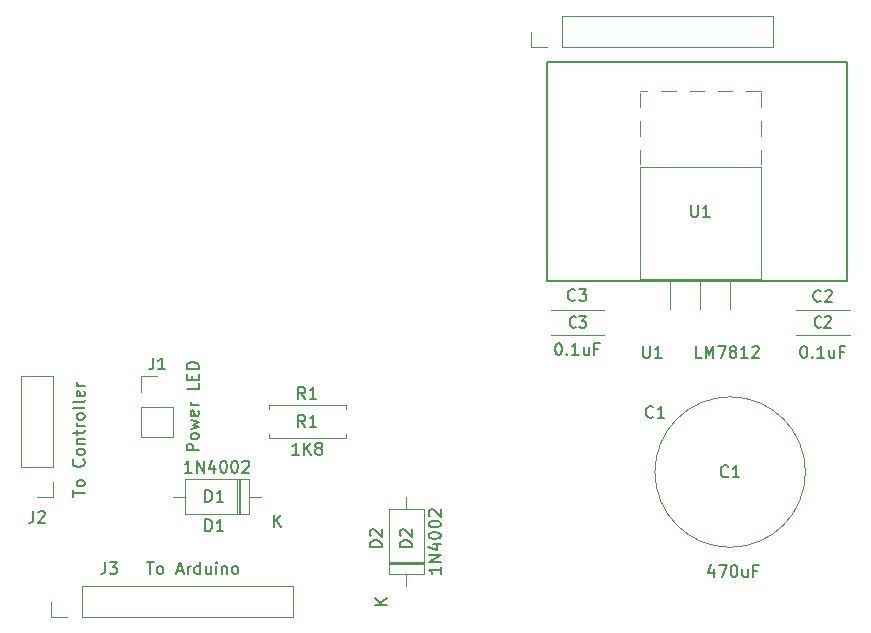
<source format=gbr>
G04 #@! TF.GenerationSoftware,KiCad,Pcbnew,(5.0.2)-1*
G04 #@! TF.CreationDate,2019-02-27T10:38:39-05:00*
G04 #@! TF.ProjectId,AR-22_Power_Supply,41522d32-325f-4506-9f77-65725f537570,rev?*
G04 #@! TF.SameCoordinates,Original*
G04 #@! TF.FileFunction,Legend,Top*
G04 #@! TF.FilePolarity,Positive*
%FSLAX46Y46*%
G04 Gerber Fmt 4.6, Leading zero omitted, Abs format (unit mm)*
G04 Created by KiCad (PCBNEW (5.0.2)-1) date 2/27/2019 10:38:39 AM*
%MOMM*%
%LPD*%
G01*
G04 APERTURE LIST*
%ADD10C,0.200000*%
%ADD11C,0.120000*%
%ADD12C,0.203200*%
%ADD13C,0.150000*%
G04 APERTURE END LIST*
D10*
X162560000Y-33782000D02*
X162560000Y-52324000D01*
X187960000Y-52324000D02*
X187960000Y-33782000D01*
X162560000Y-52324000D02*
X187960000Y-52324000D01*
X162560000Y-33782000D02*
X187960000Y-33782000D01*
D11*
G04 #@! TO.C,C1*
X184424000Y-68540000D02*
G75*
G03X184424000Y-68540000I-6370000J0D01*
G01*
G04 #@! TO.C,C3*
X162870000Y-54825000D02*
X162870000Y-54810000D01*
X162870000Y-56950000D02*
X162870000Y-56935000D01*
X167410000Y-54825000D02*
X167410000Y-54810000D01*
X167410000Y-56950000D02*
X167410000Y-56935000D01*
X167410000Y-54810000D02*
X162870000Y-54810000D01*
X167410000Y-56950000D02*
X162870000Y-56950000D01*
G04 #@! TO.C,C2*
X183618000Y-54810000D02*
X188158000Y-54810000D01*
X183618000Y-56950000D02*
X188158000Y-56950000D01*
X183618000Y-54810000D02*
X183618000Y-54825000D01*
X183618000Y-56935000D02*
X183618000Y-56950000D01*
X188158000Y-54810000D02*
X188158000Y-54825000D01*
X188158000Y-56935000D02*
X188158000Y-56950000D01*
G04 #@! TO.C,J1*
X128210000Y-65592000D02*
X130870000Y-65592000D01*
X128210000Y-62992000D02*
X128210000Y-65592000D01*
X130870000Y-62992000D02*
X130870000Y-65592000D01*
X128210000Y-62992000D02*
X130870000Y-62992000D01*
X128210000Y-61722000D02*
X128210000Y-60392000D01*
X128210000Y-60392000D02*
X129540000Y-60392000D01*
G04 #@! TO.C,J2*
X120710000Y-60392000D02*
X118050000Y-60392000D01*
X120710000Y-68072000D02*
X120710000Y-60392000D01*
X118050000Y-68072000D02*
X118050000Y-60392000D01*
X120710000Y-68072000D02*
X118050000Y-68072000D01*
X120710000Y-69342000D02*
X120710000Y-70672000D01*
X120710000Y-70672000D02*
X119380000Y-70672000D01*
G04 #@! TO.C,*
X161230000Y-32572000D02*
X161230000Y-31242000D01*
X162560000Y-32572000D02*
X161230000Y-32572000D01*
X163830000Y-32572000D02*
X163830000Y-29912000D01*
X163830000Y-29912000D02*
X181670000Y-29912000D01*
X163830000Y-32572000D02*
X181670000Y-32572000D01*
X181670000Y-32572000D02*
X181670000Y-29912000D01*
G04 #@! TO.C,J3*
X141030000Y-80832000D02*
X141030000Y-78172000D01*
X123190000Y-80832000D02*
X141030000Y-80832000D01*
X123190000Y-78172000D02*
X141030000Y-78172000D01*
X123190000Y-80832000D02*
X123190000Y-78172000D01*
X121920000Y-80832000D02*
X120590000Y-80832000D01*
X120590000Y-80832000D02*
X120590000Y-79502000D01*
G04 #@! TO.C,D2*
X149152000Y-76362000D02*
X152092000Y-76362000D01*
X149152000Y-76122000D02*
X152092000Y-76122000D01*
X149152000Y-76242000D02*
X152092000Y-76242000D01*
X150622000Y-70682000D02*
X150622000Y-71702000D01*
X150622000Y-78162000D02*
X150622000Y-77142000D01*
X149152000Y-71702000D02*
X149152000Y-77142000D01*
X152092000Y-71702000D02*
X149152000Y-71702000D01*
X152092000Y-77142000D02*
X152092000Y-71702000D01*
X149152000Y-77142000D02*
X152092000Y-77142000D01*
G04 #@! TO.C,D1*
X137340000Y-72082000D02*
X137340000Y-69142000D01*
X137340000Y-69142000D02*
X131900000Y-69142000D01*
X131900000Y-69142000D02*
X131900000Y-72082000D01*
X131900000Y-72082000D02*
X137340000Y-72082000D01*
X138360000Y-70612000D02*
X137340000Y-70612000D01*
X130880000Y-70612000D02*
X131900000Y-70612000D01*
X136440000Y-72082000D02*
X136440000Y-69142000D01*
X136320000Y-72082000D02*
X136320000Y-69142000D01*
X136560000Y-72082000D02*
X136560000Y-69142000D01*
G04 #@! TO.C,U1*
X180634000Y-52190000D02*
X170394000Y-52190000D01*
X180634000Y-42700000D02*
X170394000Y-42700000D01*
X180634000Y-52190000D02*
X180634000Y-42700000D01*
X170394000Y-52190000D02*
X170394000Y-42700000D01*
X180634000Y-36300000D02*
X179434000Y-36300000D01*
X178235000Y-36300000D02*
X177034000Y-36300000D01*
X175834000Y-36300000D02*
X174634000Y-36300000D01*
X173434000Y-36300000D02*
X172234000Y-36300000D01*
X171034000Y-36300000D02*
X170394000Y-36300000D01*
X180634000Y-42460000D02*
X180634000Y-41260000D01*
X180634000Y-40060000D02*
X180634000Y-38860000D01*
X180634000Y-37660000D02*
X180634000Y-36460000D01*
X170394000Y-42460000D02*
X170394000Y-41260000D01*
X170394000Y-40060000D02*
X170394000Y-38860000D01*
X170394000Y-37660000D02*
X170394000Y-36460000D01*
X178054000Y-54730000D02*
X178054000Y-52190000D01*
X175514000Y-54730000D02*
X175514000Y-52190000D01*
X172974000Y-54730000D02*
X172974000Y-52190000D01*
G04 #@! TO.C,R1*
X138970000Y-63222000D02*
X138970000Y-62892000D01*
X138970000Y-62892000D02*
X145510000Y-62892000D01*
X145510000Y-62892000D02*
X145510000Y-63222000D01*
X138970000Y-65302000D02*
X138970000Y-65632000D01*
X138970000Y-65632000D02*
X145510000Y-65632000D01*
X145510000Y-65632000D02*
X145510000Y-65302000D01*
G04 #@! TO.C,C1*
D12*
X171537333Y-63862857D02*
X171489714Y-63911238D01*
X171346857Y-63959619D01*
X171251619Y-63959619D01*
X171108761Y-63911238D01*
X171013523Y-63814476D01*
X170965904Y-63717714D01*
X170918285Y-63524190D01*
X170918285Y-63379047D01*
X170965904Y-63185523D01*
X171013523Y-63088761D01*
X171108761Y-62992000D01*
X171251619Y-62943619D01*
X171346857Y-62943619D01*
X171489714Y-62992000D01*
X171537333Y-63040380D01*
X172489714Y-63959619D02*
X171918285Y-63959619D01*
X172204000Y-63959619D02*
X172204000Y-62943619D01*
X172108761Y-63088761D01*
X172013523Y-63185523D01*
X171918285Y-63233904D01*
X176665142Y-76744285D02*
X176665142Y-77421619D01*
X176427047Y-76357238D02*
X176188952Y-77082952D01*
X176808000Y-77082952D01*
X177093714Y-76405619D02*
X177760380Y-76405619D01*
X177331809Y-77421619D01*
X178331809Y-76405619D02*
X178427047Y-76405619D01*
X178522285Y-76454000D01*
X178569904Y-76502380D01*
X178617523Y-76599142D01*
X178665142Y-76792666D01*
X178665142Y-77034571D01*
X178617523Y-77228095D01*
X178569904Y-77324857D01*
X178522285Y-77373238D01*
X178427047Y-77421619D01*
X178331809Y-77421619D01*
X178236571Y-77373238D01*
X178188952Y-77324857D01*
X178141333Y-77228095D01*
X178093714Y-77034571D01*
X178093714Y-76792666D01*
X178141333Y-76599142D01*
X178188952Y-76502380D01*
X178236571Y-76454000D01*
X178331809Y-76405619D01*
X179522285Y-76744285D02*
X179522285Y-77421619D01*
X179093714Y-76744285D02*
X179093714Y-77276476D01*
X179141333Y-77373238D01*
X179236571Y-77421619D01*
X179379428Y-77421619D01*
X179474666Y-77373238D01*
X179522285Y-77324857D01*
X180331809Y-76889428D02*
X179998476Y-76889428D01*
X179998476Y-77421619D02*
X179998476Y-76405619D01*
X180474666Y-76405619D01*
X177887333Y-68902857D02*
X177839714Y-68951238D01*
X177696857Y-68999619D01*
X177601619Y-68999619D01*
X177458761Y-68951238D01*
X177363523Y-68854476D01*
X177315904Y-68757714D01*
X177268285Y-68564190D01*
X177268285Y-68419047D01*
X177315904Y-68225523D01*
X177363523Y-68128761D01*
X177458761Y-68032000D01*
X177601619Y-67983619D01*
X177696857Y-67983619D01*
X177839714Y-68032000D01*
X177887333Y-68080380D01*
X178839714Y-68999619D02*
X178268285Y-68999619D01*
X178554000Y-68999619D02*
X178554000Y-67983619D01*
X178458761Y-68128761D01*
X178363523Y-68225523D01*
X178268285Y-68273904D01*
G04 #@! TO.C,C3*
X164933333Y-53956857D02*
X164885714Y-54005238D01*
X164742857Y-54053619D01*
X164647619Y-54053619D01*
X164504761Y-54005238D01*
X164409523Y-53908476D01*
X164361904Y-53811714D01*
X164314285Y-53618190D01*
X164314285Y-53473047D01*
X164361904Y-53279523D01*
X164409523Y-53182761D01*
X164504761Y-53086000D01*
X164647619Y-53037619D01*
X164742857Y-53037619D01*
X164885714Y-53086000D01*
X164933333Y-53134380D01*
X165266666Y-53037619D02*
X165885714Y-53037619D01*
X165552380Y-53424666D01*
X165695238Y-53424666D01*
X165790476Y-53473047D01*
X165838095Y-53521428D01*
X165885714Y-53618190D01*
X165885714Y-53860095D01*
X165838095Y-53956857D01*
X165790476Y-54005238D01*
X165695238Y-54053619D01*
X165409523Y-54053619D01*
X165314285Y-54005238D01*
X165266666Y-53956857D01*
X163457142Y-57609619D02*
X163552380Y-57609619D01*
X163647619Y-57658000D01*
X163695238Y-57706380D01*
X163742857Y-57803142D01*
X163790476Y-57996666D01*
X163790476Y-58238571D01*
X163742857Y-58432095D01*
X163695238Y-58528857D01*
X163647619Y-58577238D01*
X163552380Y-58625619D01*
X163457142Y-58625619D01*
X163361904Y-58577238D01*
X163314285Y-58528857D01*
X163266666Y-58432095D01*
X163219047Y-58238571D01*
X163219047Y-57996666D01*
X163266666Y-57803142D01*
X163314285Y-57706380D01*
X163361904Y-57658000D01*
X163457142Y-57609619D01*
X164219047Y-58528857D02*
X164266666Y-58577238D01*
X164219047Y-58625619D01*
X164171428Y-58577238D01*
X164219047Y-58528857D01*
X164219047Y-58625619D01*
X165219047Y-58625619D02*
X164647619Y-58625619D01*
X164933333Y-58625619D02*
X164933333Y-57609619D01*
X164838095Y-57754761D01*
X164742857Y-57851523D01*
X164647619Y-57899904D01*
X166076190Y-57948285D02*
X166076190Y-58625619D01*
X165647619Y-57948285D02*
X165647619Y-58480476D01*
X165695238Y-58577238D01*
X165790476Y-58625619D01*
X165933333Y-58625619D01*
X166028571Y-58577238D01*
X166076190Y-58528857D01*
X166885714Y-58093428D02*
X166552380Y-58093428D01*
X166552380Y-58625619D02*
X166552380Y-57609619D01*
X167028571Y-57609619D01*
X164996666Y-56242857D02*
X164955714Y-56291238D01*
X164832857Y-56339619D01*
X164750952Y-56339619D01*
X164628095Y-56291238D01*
X164546190Y-56194476D01*
X164505238Y-56097714D01*
X164464285Y-55904190D01*
X164464285Y-55759047D01*
X164505238Y-55565523D01*
X164546190Y-55468761D01*
X164628095Y-55372000D01*
X164750952Y-55323619D01*
X164832857Y-55323619D01*
X164955714Y-55372000D01*
X164996666Y-55420380D01*
X165283333Y-55323619D02*
X165815714Y-55323619D01*
X165529047Y-55710666D01*
X165651904Y-55710666D01*
X165733809Y-55759047D01*
X165774761Y-55807428D01*
X165815714Y-55904190D01*
X165815714Y-56146095D01*
X165774761Y-56242857D01*
X165733809Y-56291238D01*
X165651904Y-56339619D01*
X165406190Y-56339619D01*
X165324285Y-56291238D01*
X165283333Y-56242857D01*
G04 #@! TO.C,C2*
X185721333Y-54042857D02*
X185673714Y-54091238D01*
X185530857Y-54139619D01*
X185435619Y-54139619D01*
X185292761Y-54091238D01*
X185197523Y-53994476D01*
X185149904Y-53897714D01*
X185102285Y-53704190D01*
X185102285Y-53559047D01*
X185149904Y-53365523D01*
X185197523Y-53268761D01*
X185292761Y-53172000D01*
X185435619Y-53123619D01*
X185530857Y-53123619D01*
X185673714Y-53172000D01*
X185721333Y-53220380D01*
X186102285Y-53220380D02*
X186149904Y-53172000D01*
X186245142Y-53123619D01*
X186483238Y-53123619D01*
X186578476Y-53172000D01*
X186626095Y-53220380D01*
X186673714Y-53317142D01*
X186673714Y-53413904D01*
X186626095Y-53559047D01*
X186054666Y-54139619D01*
X186673714Y-54139619D01*
X184245142Y-57863619D02*
X184340380Y-57863619D01*
X184435619Y-57912000D01*
X184483238Y-57960380D01*
X184530857Y-58057142D01*
X184578476Y-58250666D01*
X184578476Y-58492571D01*
X184530857Y-58686095D01*
X184483238Y-58782857D01*
X184435619Y-58831238D01*
X184340380Y-58879619D01*
X184245142Y-58879619D01*
X184149904Y-58831238D01*
X184102285Y-58782857D01*
X184054666Y-58686095D01*
X184007047Y-58492571D01*
X184007047Y-58250666D01*
X184054666Y-58057142D01*
X184102285Y-57960380D01*
X184149904Y-57912000D01*
X184245142Y-57863619D01*
X185007047Y-58782857D02*
X185054666Y-58831238D01*
X185007047Y-58879619D01*
X184959428Y-58831238D01*
X185007047Y-58782857D01*
X185007047Y-58879619D01*
X186007047Y-58879619D02*
X185435619Y-58879619D01*
X185721333Y-58879619D02*
X185721333Y-57863619D01*
X185626095Y-58008761D01*
X185530857Y-58105523D01*
X185435619Y-58153904D01*
X186864190Y-58202285D02*
X186864190Y-58879619D01*
X186435619Y-58202285D02*
X186435619Y-58734476D01*
X186483238Y-58831238D01*
X186578476Y-58879619D01*
X186721333Y-58879619D01*
X186816571Y-58831238D01*
X186864190Y-58782857D01*
X187673714Y-58347428D02*
X187340380Y-58347428D01*
X187340380Y-58879619D02*
X187340380Y-57863619D01*
X187816571Y-57863619D01*
X185744666Y-56242857D02*
X185703714Y-56291238D01*
X185580857Y-56339619D01*
X185498952Y-56339619D01*
X185376095Y-56291238D01*
X185294190Y-56194476D01*
X185253238Y-56097714D01*
X185212285Y-55904190D01*
X185212285Y-55759047D01*
X185253238Y-55565523D01*
X185294190Y-55468761D01*
X185376095Y-55372000D01*
X185498952Y-55323619D01*
X185580857Y-55323619D01*
X185703714Y-55372000D01*
X185744666Y-55420380D01*
X186072285Y-55420380D02*
X186113238Y-55372000D01*
X186195142Y-55323619D01*
X186399904Y-55323619D01*
X186481809Y-55372000D01*
X186522761Y-55420380D01*
X186563714Y-55517142D01*
X186563714Y-55613904D01*
X186522761Y-55759047D01*
X186031333Y-56339619D01*
X186563714Y-56339619D01*
G04 #@! TO.C,J1*
D13*
X129206666Y-58844380D02*
X129206666Y-59558666D01*
X129159047Y-59701523D01*
X129063809Y-59796761D01*
X128920952Y-59844380D01*
X128825714Y-59844380D01*
X130206666Y-59844380D02*
X129635238Y-59844380D01*
X129920952Y-59844380D02*
X129920952Y-58844380D01*
X129825714Y-58987238D01*
X129730476Y-59082476D01*
X129635238Y-59130095D01*
D12*
X133047619Y-66706285D02*
X132031619Y-66706285D01*
X132031619Y-66325333D01*
X132080000Y-66230095D01*
X132128380Y-66182476D01*
X132225142Y-66134857D01*
X132370285Y-66134857D01*
X132467047Y-66182476D01*
X132515428Y-66230095D01*
X132563809Y-66325333D01*
X132563809Y-66706285D01*
X133047619Y-65563428D02*
X132999238Y-65658666D01*
X132950857Y-65706285D01*
X132854095Y-65753904D01*
X132563809Y-65753904D01*
X132467047Y-65706285D01*
X132418666Y-65658666D01*
X132370285Y-65563428D01*
X132370285Y-65420571D01*
X132418666Y-65325333D01*
X132467047Y-65277714D01*
X132563809Y-65230095D01*
X132854095Y-65230095D01*
X132950857Y-65277714D01*
X132999238Y-65325333D01*
X133047619Y-65420571D01*
X133047619Y-65563428D01*
X132370285Y-64896761D02*
X133047619Y-64706285D01*
X132563809Y-64515809D01*
X133047619Y-64325333D01*
X132370285Y-64134857D01*
X132999238Y-63372952D02*
X133047619Y-63468190D01*
X133047619Y-63658666D01*
X132999238Y-63753904D01*
X132902476Y-63801523D01*
X132515428Y-63801523D01*
X132418666Y-63753904D01*
X132370285Y-63658666D01*
X132370285Y-63468190D01*
X132418666Y-63372952D01*
X132515428Y-63325333D01*
X132612190Y-63325333D01*
X132708952Y-63801523D01*
X133047619Y-62896761D02*
X132370285Y-62896761D01*
X132563809Y-62896761D02*
X132467047Y-62849142D01*
X132418666Y-62801523D01*
X132370285Y-62706285D01*
X132370285Y-62611047D01*
X133047619Y-61039619D02*
X133047619Y-61515809D01*
X132031619Y-61515809D01*
X132515428Y-60706285D02*
X132515428Y-60372952D01*
X133047619Y-60230095D02*
X133047619Y-60706285D01*
X132031619Y-60706285D01*
X132031619Y-60230095D01*
X133047619Y-59801523D02*
X132031619Y-59801523D01*
X132031619Y-59563428D01*
X132080000Y-59420571D01*
X132176761Y-59325333D01*
X132273523Y-59277714D01*
X132467047Y-59230095D01*
X132612190Y-59230095D01*
X132805714Y-59277714D01*
X132902476Y-59325333D01*
X132999238Y-59420571D01*
X133047619Y-59563428D01*
X133047619Y-59801523D01*
G04 #@! TO.C,J2*
X119046666Y-71833619D02*
X119046666Y-72559333D01*
X118999047Y-72704476D01*
X118903809Y-72801238D01*
X118760952Y-72849619D01*
X118665714Y-72849619D01*
X119475238Y-71930380D02*
X119522857Y-71882000D01*
X119618095Y-71833619D01*
X119856190Y-71833619D01*
X119951428Y-71882000D01*
X119999047Y-71930380D01*
X120046666Y-72027142D01*
X120046666Y-72123904D01*
X119999047Y-72269047D01*
X119427619Y-72849619D01*
X120046666Y-72849619D01*
X122379619Y-70619333D02*
X122379619Y-70047904D01*
X123395619Y-70333619D02*
X122379619Y-70333619D01*
X123395619Y-69571714D02*
X123347238Y-69666952D01*
X123298857Y-69714571D01*
X123202095Y-69762190D01*
X122911809Y-69762190D01*
X122815047Y-69714571D01*
X122766666Y-69666952D01*
X122718285Y-69571714D01*
X122718285Y-69428857D01*
X122766666Y-69333619D01*
X122815047Y-69286000D01*
X122911809Y-69238380D01*
X123202095Y-69238380D01*
X123298857Y-69286000D01*
X123347238Y-69333619D01*
X123395619Y-69428857D01*
X123395619Y-69571714D01*
X123298857Y-67476476D02*
X123347238Y-67524095D01*
X123395619Y-67666952D01*
X123395619Y-67762190D01*
X123347238Y-67905047D01*
X123250476Y-68000285D01*
X123153714Y-68047904D01*
X122960190Y-68095523D01*
X122815047Y-68095523D01*
X122621523Y-68047904D01*
X122524761Y-68000285D01*
X122428000Y-67905047D01*
X122379619Y-67762190D01*
X122379619Y-67666952D01*
X122428000Y-67524095D01*
X122476380Y-67476476D01*
X123395619Y-66905047D02*
X123347238Y-67000285D01*
X123298857Y-67047904D01*
X123202095Y-67095523D01*
X122911809Y-67095523D01*
X122815047Y-67047904D01*
X122766666Y-67000285D01*
X122718285Y-66905047D01*
X122718285Y-66762190D01*
X122766666Y-66666952D01*
X122815047Y-66619333D01*
X122911809Y-66571714D01*
X123202095Y-66571714D01*
X123298857Y-66619333D01*
X123347238Y-66666952D01*
X123395619Y-66762190D01*
X123395619Y-66905047D01*
X122718285Y-66143142D02*
X123395619Y-66143142D01*
X122815047Y-66143142D02*
X122766666Y-66095523D01*
X122718285Y-66000285D01*
X122718285Y-65857428D01*
X122766666Y-65762190D01*
X122863428Y-65714571D01*
X123395619Y-65714571D01*
X122718285Y-65381238D02*
X122718285Y-65000285D01*
X122379619Y-65238380D02*
X123250476Y-65238380D01*
X123347238Y-65190761D01*
X123395619Y-65095523D01*
X123395619Y-65000285D01*
X123395619Y-64666952D02*
X122718285Y-64666952D01*
X122911809Y-64666952D02*
X122815047Y-64619333D01*
X122766666Y-64571714D01*
X122718285Y-64476476D01*
X122718285Y-64381238D01*
X123395619Y-63905047D02*
X123347238Y-64000285D01*
X123298857Y-64047904D01*
X123202095Y-64095523D01*
X122911809Y-64095523D01*
X122815047Y-64047904D01*
X122766666Y-64000285D01*
X122718285Y-63905047D01*
X122718285Y-63762190D01*
X122766666Y-63666952D01*
X122815047Y-63619333D01*
X122911809Y-63571714D01*
X123202095Y-63571714D01*
X123298857Y-63619333D01*
X123347238Y-63666952D01*
X123395619Y-63762190D01*
X123395619Y-63905047D01*
X123395619Y-63000285D02*
X123347238Y-63095523D01*
X123250476Y-63143142D01*
X122379619Y-63143142D01*
X123395619Y-62476476D02*
X123347238Y-62571714D01*
X123250476Y-62619333D01*
X122379619Y-62619333D01*
X123347238Y-61714571D02*
X123395619Y-61809809D01*
X123395619Y-62000285D01*
X123347238Y-62095523D01*
X123250476Y-62143142D01*
X122863428Y-62143142D01*
X122766666Y-62095523D01*
X122718285Y-62000285D01*
X122718285Y-61809809D01*
X122766666Y-61714571D01*
X122863428Y-61666952D01*
X122960190Y-61666952D01*
X123056952Y-62143142D01*
X123395619Y-61238380D02*
X122718285Y-61238380D01*
X122911809Y-61238380D02*
X122815047Y-61190761D01*
X122766666Y-61143142D01*
X122718285Y-61047904D01*
X122718285Y-60952666D01*
G04 #@! TO.C,*
D13*
G04 #@! TO.C,J3*
D12*
X125142666Y-76151619D02*
X125142666Y-76877333D01*
X125095047Y-77022476D01*
X124999809Y-77119238D01*
X124856952Y-77167619D01*
X124761714Y-77167619D01*
X125523619Y-76151619D02*
X126142666Y-76151619D01*
X125809333Y-76538666D01*
X125952190Y-76538666D01*
X126047428Y-76587047D01*
X126095047Y-76635428D01*
X126142666Y-76732190D01*
X126142666Y-76974095D01*
X126095047Y-77070857D01*
X126047428Y-77119238D01*
X125952190Y-77167619D01*
X125666476Y-77167619D01*
X125571238Y-77119238D01*
X125523619Y-77070857D01*
X128683238Y-76151619D02*
X129254666Y-76151619D01*
X128968952Y-77167619D02*
X128968952Y-76151619D01*
X129730857Y-77167619D02*
X129635619Y-77119238D01*
X129588000Y-77070857D01*
X129540380Y-76974095D01*
X129540380Y-76683809D01*
X129588000Y-76587047D01*
X129635619Y-76538666D01*
X129730857Y-76490285D01*
X129873714Y-76490285D01*
X129968952Y-76538666D01*
X130016571Y-76587047D01*
X130064190Y-76683809D01*
X130064190Y-76974095D01*
X130016571Y-77070857D01*
X129968952Y-77119238D01*
X129873714Y-77167619D01*
X129730857Y-77167619D01*
X131207047Y-76877333D02*
X131683238Y-76877333D01*
X131111809Y-77167619D02*
X131445142Y-76151619D01*
X131778476Y-77167619D01*
X132111809Y-77167619D02*
X132111809Y-76490285D01*
X132111809Y-76683809D02*
X132159428Y-76587047D01*
X132207047Y-76538666D01*
X132302285Y-76490285D01*
X132397523Y-76490285D01*
X133159428Y-77167619D02*
X133159428Y-76151619D01*
X133159428Y-77119238D02*
X133064190Y-77167619D01*
X132873714Y-77167619D01*
X132778476Y-77119238D01*
X132730857Y-77070857D01*
X132683238Y-76974095D01*
X132683238Y-76683809D01*
X132730857Y-76587047D01*
X132778476Y-76538666D01*
X132873714Y-76490285D01*
X133064190Y-76490285D01*
X133159428Y-76538666D01*
X134064190Y-76490285D02*
X134064190Y-77167619D01*
X133635619Y-76490285D02*
X133635619Y-77022476D01*
X133683238Y-77119238D01*
X133778476Y-77167619D01*
X133921333Y-77167619D01*
X134016571Y-77119238D01*
X134064190Y-77070857D01*
X134540380Y-77167619D02*
X134540380Y-76490285D01*
X134540380Y-76151619D02*
X134492761Y-76200000D01*
X134540380Y-76248380D01*
X134588000Y-76200000D01*
X134540380Y-76151619D01*
X134540380Y-76248380D01*
X135016571Y-76490285D02*
X135016571Y-77167619D01*
X135016571Y-76587047D02*
X135064190Y-76538666D01*
X135159428Y-76490285D01*
X135302285Y-76490285D01*
X135397523Y-76538666D01*
X135445142Y-76635428D01*
X135445142Y-77167619D01*
X136064190Y-77167619D02*
X135968952Y-77119238D01*
X135921333Y-77070857D01*
X135873714Y-76974095D01*
X135873714Y-76683809D01*
X135921333Y-76587047D01*
X135968952Y-76538666D01*
X136064190Y-76490285D01*
X136207047Y-76490285D01*
X136302285Y-76538666D01*
X136349904Y-76587047D01*
X136397523Y-76683809D01*
X136397523Y-76974095D01*
X136349904Y-77070857D01*
X136302285Y-77119238D01*
X136207047Y-77167619D01*
X136064190Y-77167619D01*
G04 #@! TO.C,D2*
X148541619Y-74906095D02*
X147525619Y-74906095D01*
X147525619Y-74668000D01*
X147574000Y-74525142D01*
X147670761Y-74429904D01*
X147767523Y-74382285D01*
X147961047Y-74334666D01*
X148106190Y-74334666D01*
X148299714Y-74382285D01*
X148396476Y-74429904D01*
X148493238Y-74525142D01*
X148541619Y-74668000D01*
X148541619Y-74906095D01*
X147622380Y-73953714D02*
X147574000Y-73906095D01*
X147525619Y-73810857D01*
X147525619Y-73572761D01*
X147574000Y-73477523D01*
X147622380Y-73429904D01*
X147719142Y-73382285D01*
X147815904Y-73382285D01*
X147961047Y-73429904D01*
X148541619Y-74001333D01*
X148541619Y-73382285D01*
X153551619Y-76564857D02*
X153551619Y-77136285D01*
X153551619Y-76850571D02*
X152535619Y-76850571D01*
X152680761Y-76945809D01*
X152777523Y-77041047D01*
X152825904Y-77136285D01*
X153551619Y-76136285D02*
X152535619Y-76136285D01*
X153551619Y-75564857D01*
X152535619Y-75564857D01*
X152874285Y-74660095D02*
X153551619Y-74660095D01*
X152487238Y-74898190D02*
X153212952Y-75136285D01*
X153212952Y-74517238D01*
X152535619Y-73945809D02*
X152535619Y-73850571D01*
X152584000Y-73755333D01*
X152632380Y-73707714D01*
X152729142Y-73660095D01*
X152922666Y-73612476D01*
X153164571Y-73612476D01*
X153358095Y-73660095D01*
X153454857Y-73707714D01*
X153503238Y-73755333D01*
X153551619Y-73850571D01*
X153551619Y-73945809D01*
X153503238Y-74041047D01*
X153454857Y-74088666D01*
X153358095Y-74136285D01*
X153164571Y-74183904D01*
X152922666Y-74183904D01*
X152729142Y-74136285D01*
X152632380Y-74088666D01*
X152584000Y-74041047D01*
X152535619Y-73945809D01*
X152535619Y-72993428D02*
X152535619Y-72898190D01*
X152584000Y-72802952D01*
X152632380Y-72755333D01*
X152729142Y-72707714D01*
X152922666Y-72660095D01*
X153164571Y-72660095D01*
X153358095Y-72707714D01*
X153454857Y-72755333D01*
X153503238Y-72802952D01*
X153551619Y-72898190D01*
X153551619Y-72993428D01*
X153503238Y-73088666D01*
X153454857Y-73136285D01*
X153358095Y-73183904D01*
X153164571Y-73231523D01*
X152922666Y-73231523D01*
X152729142Y-73183904D01*
X152632380Y-73136285D01*
X152584000Y-73088666D01*
X152535619Y-72993428D01*
X152632380Y-72279142D02*
X152584000Y-72231523D01*
X152535619Y-72136285D01*
X152535619Y-71898190D01*
X152584000Y-71802952D01*
X152632380Y-71755333D01*
X152729142Y-71707714D01*
X152825904Y-71707714D01*
X152971047Y-71755333D01*
X153551619Y-72326761D01*
X153551619Y-71707714D01*
D13*
X148974380Y-79763904D02*
X147974380Y-79763904D01*
X148974380Y-79192476D02*
X148402952Y-79621047D01*
X147974380Y-79192476D02*
X148545809Y-79763904D01*
D12*
X151081619Y-74906095D02*
X150065619Y-74906095D01*
X150065619Y-74668000D01*
X150114000Y-74525142D01*
X150210761Y-74429904D01*
X150307523Y-74382285D01*
X150501047Y-74334666D01*
X150646190Y-74334666D01*
X150839714Y-74382285D01*
X150936476Y-74429904D01*
X151033238Y-74525142D01*
X151081619Y-74668000D01*
X151081619Y-74906095D01*
X150162380Y-73953714D02*
X150114000Y-73906095D01*
X150065619Y-73810857D01*
X150065619Y-73572761D01*
X150114000Y-73477523D01*
X150162380Y-73429904D01*
X150259142Y-73382285D01*
X150355904Y-73382285D01*
X150501047Y-73429904D01*
X151081619Y-74001333D01*
X151081619Y-73382285D01*
G04 #@! TO.C,D1*
X133627904Y-73541619D02*
X133627904Y-72525619D01*
X133866000Y-72525619D01*
X134008857Y-72574000D01*
X134104095Y-72670761D01*
X134151714Y-72767523D01*
X134199333Y-72961047D01*
X134199333Y-73106190D01*
X134151714Y-73299714D01*
X134104095Y-73396476D01*
X134008857Y-73493238D01*
X133866000Y-73541619D01*
X133627904Y-73541619D01*
X135151714Y-73541619D02*
X134580285Y-73541619D01*
X134866000Y-73541619D02*
X134866000Y-72525619D01*
X134770761Y-72670761D01*
X134675523Y-72767523D01*
X134580285Y-72815904D01*
X132477142Y-68601619D02*
X131905714Y-68601619D01*
X132191428Y-68601619D02*
X132191428Y-67585619D01*
X132096190Y-67730761D01*
X132000952Y-67827523D01*
X131905714Y-67875904D01*
X132905714Y-68601619D02*
X132905714Y-67585619D01*
X133477142Y-68601619D01*
X133477142Y-67585619D01*
X134381904Y-67924285D02*
X134381904Y-68601619D01*
X134143809Y-67537238D02*
X133905714Y-68262952D01*
X134524761Y-68262952D01*
X135096190Y-67585619D02*
X135191428Y-67585619D01*
X135286666Y-67634000D01*
X135334285Y-67682380D01*
X135381904Y-67779142D01*
X135429523Y-67972666D01*
X135429523Y-68214571D01*
X135381904Y-68408095D01*
X135334285Y-68504857D01*
X135286666Y-68553238D01*
X135191428Y-68601619D01*
X135096190Y-68601619D01*
X135000952Y-68553238D01*
X134953333Y-68504857D01*
X134905714Y-68408095D01*
X134858095Y-68214571D01*
X134858095Y-67972666D01*
X134905714Y-67779142D01*
X134953333Y-67682380D01*
X135000952Y-67634000D01*
X135096190Y-67585619D01*
X136048571Y-67585619D02*
X136143809Y-67585619D01*
X136239047Y-67634000D01*
X136286666Y-67682380D01*
X136334285Y-67779142D01*
X136381904Y-67972666D01*
X136381904Y-68214571D01*
X136334285Y-68408095D01*
X136286666Y-68504857D01*
X136239047Y-68553238D01*
X136143809Y-68601619D01*
X136048571Y-68601619D01*
X135953333Y-68553238D01*
X135905714Y-68504857D01*
X135858095Y-68408095D01*
X135810476Y-68214571D01*
X135810476Y-67972666D01*
X135858095Y-67779142D01*
X135905714Y-67682380D01*
X135953333Y-67634000D01*
X136048571Y-67585619D01*
X136762857Y-67682380D02*
X136810476Y-67634000D01*
X136905714Y-67585619D01*
X137143809Y-67585619D01*
X137239047Y-67634000D01*
X137286666Y-67682380D01*
X137334285Y-67779142D01*
X137334285Y-67875904D01*
X137286666Y-68021047D01*
X136715238Y-68601619D01*
X137334285Y-68601619D01*
X133627904Y-71071619D02*
X133627904Y-70055619D01*
X133866000Y-70055619D01*
X134008857Y-70104000D01*
X134104095Y-70200761D01*
X134151714Y-70297523D01*
X134199333Y-70491047D01*
X134199333Y-70636190D01*
X134151714Y-70829714D01*
X134104095Y-70926476D01*
X134008857Y-71023238D01*
X133866000Y-71071619D01*
X133627904Y-71071619D01*
X135151714Y-71071619D02*
X134580285Y-71071619D01*
X134866000Y-71071619D02*
X134866000Y-70055619D01*
X134770761Y-70200761D01*
X134675523Y-70297523D01*
X134580285Y-70345904D01*
D13*
X139438095Y-73164380D02*
X139438095Y-72164380D01*
X140009523Y-73164380D02*
X139580952Y-72592952D01*
X140009523Y-72164380D02*
X139438095Y-72735809D01*
G04 #@! TO.C,U1*
D12*
X170688095Y-57863619D02*
X170688095Y-58686095D01*
X170735714Y-58782857D01*
X170783333Y-58831238D01*
X170878571Y-58879619D01*
X171069047Y-58879619D01*
X171164285Y-58831238D01*
X171211904Y-58782857D01*
X171259523Y-58686095D01*
X171259523Y-57863619D01*
X172259523Y-58879619D02*
X171688095Y-58879619D01*
X171973809Y-58879619D02*
X171973809Y-57863619D01*
X171878571Y-58008761D01*
X171783333Y-58105523D01*
X171688095Y-58153904D01*
X175633333Y-58879619D02*
X175157142Y-58879619D01*
X175157142Y-57863619D01*
X175966666Y-58879619D02*
X175966666Y-57863619D01*
X176300000Y-58589333D01*
X176633333Y-57863619D01*
X176633333Y-58879619D01*
X177014285Y-57863619D02*
X177680952Y-57863619D01*
X177252380Y-58879619D01*
X178204761Y-58299047D02*
X178109523Y-58250666D01*
X178061904Y-58202285D01*
X178014285Y-58105523D01*
X178014285Y-58057142D01*
X178061904Y-57960380D01*
X178109523Y-57912000D01*
X178204761Y-57863619D01*
X178395238Y-57863619D01*
X178490476Y-57912000D01*
X178538095Y-57960380D01*
X178585714Y-58057142D01*
X178585714Y-58105523D01*
X178538095Y-58202285D01*
X178490476Y-58250666D01*
X178395238Y-58299047D01*
X178204761Y-58299047D01*
X178109523Y-58347428D01*
X178061904Y-58395809D01*
X178014285Y-58492571D01*
X178014285Y-58686095D01*
X178061904Y-58782857D01*
X178109523Y-58831238D01*
X178204761Y-58879619D01*
X178395238Y-58879619D01*
X178490476Y-58831238D01*
X178538095Y-58782857D01*
X178585714Y-58686095D01*
X178585714Y-58492571D01*
X178538095Y-58395809D01*
X178490476Y-58347428D01*
X178395238Y-58299047D01*
X179538095Y-58879619D02*
X178966666Y-58879619D01*
X179252380Y-58879619D02*
X179252380Y-57863619D01*
X179157142Y-58008761D01*
X179061904Y-58105523D01*
X178966666Y-58153904D01*
X179919047Y-57960380D02*
X179966666Y-57912000D01*
X180061904Y-57863619D01*
X180300000Y-57863619D01*
X180395238Y-57912000D01*
X180442857Y-57960380D01*
X180490476Y-58057142D01*
X180490476Y-58153904D01*
X180442857Y-58299047D01*
X179871428Y-58879619D01*
X180490476Y-58879619D01*
X174752095Y-45925619D02*
X174752095Y-46748095D01*
X174799714Y-46844857D01*
X174847333Y-46893238D01*
X174942571Y-46941619D01*
X175133047Y-46941619D01*
X175228285Y-46893238D01*
X175275904Y-46844857D01*
X175323523Y-46748095D01*
X175323523Y-45925619D01*
X176323523Y-46941619D02*
X175752095Y-46941619D01*
X176037809Y-46941619D02*
X176037809Y-45925619D01*
X175942571Y-46070761D01*
X175847333Y-46167523D01*
X175752095Y-46215904D01*
G04 #@! TO.C,R1*
X142073333Y-62351619D02*
X141740000Y-61867809D01*
X141501904Y-62351619D02*
X141501904Y-61335619D01*
X141882857Y-61335619D01*
X141978095Y-61384000D01*
X142025714Y-61432380D01*
X142073333Y-61529142D01*
X142073333Y-61674285D01*
X142025714Y-61771047D01*
X141978095Y-61819428D01*
X141882857Y-61867809D01*
X141501904Y-61867809D01*
X143025714Y-62351619D02*
X142454285Y-62351619D01*
X142740000Y-62351619D02*
X142740000Y-61335619D01*
X142644761Y-61480761D01*
X142549523Y-61577523D01*
X142454285Y-61625904D01*
X141549523Y-67091619D02*
X140978095Y-67091619D01*
X141263809Y-67091619D02*
X141263809Y-66075619D01*
X141168571Y-66220761D01*
X141073333Y-66317523D01*
X140978095Y-66365904D01*
X141978095Y-67091619D02*
X141978095Y-66075619D01*
X142549523Y-67091619D02*
X142120952Y-66511047D01*
X142549523Y-66075619D02*
X141978095Y-66656190D01*
X143120952Y-66511047D02*
X143025714Y-66462666D01*
X142978095Y-66414285D01*
X142930476Y-66317523D01*
X142930476Y-66269142D01*
X142978095Y-66172380D01*
X143025714Y-66124000D01*
X143120952Y-66075619D01*
X143311428Y-66075619D01*
X143406666Y-66124000D01*
X143454285Y-66172380D01*
X143501904Y-66269142D01*
X143501904Y-66317523D01*
X143454285Y-66414285D01*
X143406666Y-66462666D01*
X143311428Y-66511047D01*
X143120952Y-66511047D01*
X143025714Y-66559428D01*
X142978095Y-66607809D01*
X142930476Y-66704571D01*
X142930476Y-66898095D01*
X142978095Y-66994857D01*
X143025714Y-67043238D01*
X143120952Y-67091619D01*
X143311428Y-67091619D01*
X143406666Y-67043238D01*
X143454285Y-66994857D01*
X143501904Y-66898095D01*
X143501904Y-66704571D01*
X143454285Y-66607809D01*
X143406666Y-66559428D01*
X143311428Y-66511047D01*
X142073333Y-64721619D02*
X141740000Y-64237809D01*
X141501904Y-64721619D02*
X141501904Y-63705619D01*
X141882857Y-63705619D01*
X141978095Y-63754000D01*
X142025714Y-63802380D01*
X142073333Y-63899142D01*
X142073333Y-64044285D01*
X142025714Y-64141047D01*
X141978095Y-64189428D01*
X141882857Y-64237809D01*
X141501904Y-64237809D01*
X143025714Y-64721619D02*
X142454285Y-64721619D01*
X142740000Y-64721619D02*
X142740000Y-63705619D01*
X142644761Y-63850761D01*
X142549523Y-63947523D01*
X142454285Y-63995904D01*
G04 #@! TD*
M02*

</source>
